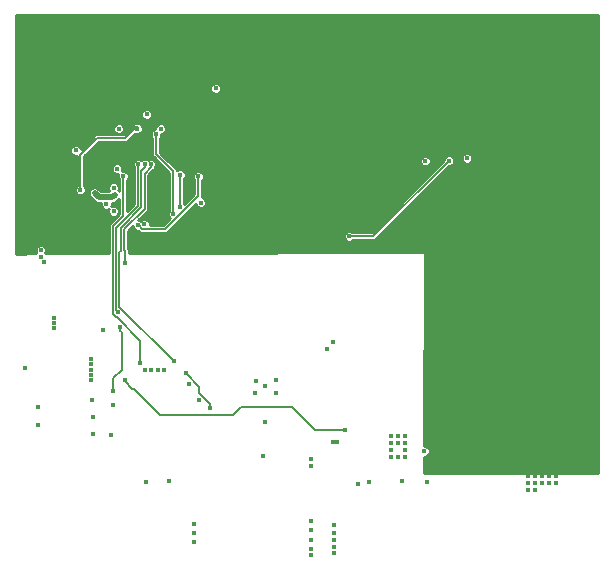
<source format=gbr>
G04 #@! TF.GenerationSoftware,KiCad,Pcbnew,5.0.1-33cea8e~68~ubuntu16.04.1*
G04 #@! TF.CreationDate,2018-12-19T15:09:20-05:00*
G04 #@! TF.ProjectId,SmallKat Battery Charger,536D616C6C4B61742042617474657279,rev?*
G04 #@! TF.SameCoordinates,Original*
G04 #@! TF.FileFunction,Copper,L2,Inr,Signal*
G04 #@! TF.FilePolarity,Positive*
%FSLAX46Y46*%
G04 Gerber Fmt 4.6, Leading zero omitted, Abs format (unit mm)*
G04 Created by KiCad (PCBNEW 5.0.1-33cea8e~68~ubuntu16.04.1) date Wed 19 Dec 2018 03:09:20 PM EST*
%MOMM*%
%LPD*%
G01*
G04 APERTURE LIST*
G04 #@! TA.AperFunction,ViaPad*
%ADD10C,0.400000*%
G04 #@! TD*
G04 #@! TA.AperFunction,Conductor*
%ADD11C,0.150000*%
G04 #@! TD*
G04 #@! TA.AperFunction,Conductor*
%ADD12C,0.500000*%
G04 #@! TD*
G04 #@! TA.AperFunction,Conductor*
%ADD13C,0.254000*%
G04 #@! TD*
G04 APERTURE END LIST*
D10*
G04 #@! TO.N,PHASE*
X10700000Y-18200000D03*
X15775000Y-14050000D03*
G04 #@! TO.N,GND*
X21450000Y-31800000D03*
X20600000Y-32375000D03*
X22325000Y-32375000D03*
X22325000Y-31300000D03*
X20675000Y-31375000D03*
X12000000Y-16400000D03*
X12100000Y-14650000D03*
X32700000Y-36025000D03*
X32700000Y-36625000D03*
X32700000Y-37825000D03*
X32100000Y-37825000D03*
X33300000Y-37825000D03*
X33300000Y-37225000D03*
X32100000Y-37225000D03*
X32100000Y-36625000D03*
X33300000Y-36625000D03*
X33300000Y-36025000D03*
X32100000Y-36025000D03*
X6900000Y-11800000D03*
X4000000Y-3800000D03*
X4600000Y-3800000D03*
X5200000Y-3800000D03*
X5800000Y-3800000D03*
X6400000Y-3800000D03*
X7000000Y-3800000D03*
X7000000Y-4400000D03*
X6400000Y-4400000D03*
X5800000Y-4400000D03*
X5200000Y-4400000D03*
X4600000Y-4400000D03*
X4000000Y-4400000D03*
X4000000Y-5000000D03*
X4600000Y-5000000D03*
X5200000Y-5000000D03*
X5800000Y-5000000D03*
X6400000Y-5000000D03*
X7000000Y-5000000D03*
X44300000Y-18200000D03*
X44300000Y-18800000D03*
X44300000Y-19400000D03*
X44900000Y-19400000D03*
X44900000Y-20000000D03*
X45500000Y-20000000D03*
X45500000Y-19400000D03*
X45500000Y-18800000D03*
X44900000Y-18800000D03*
X44900000Y-18200000D03*
X45500000Y-18200000D03*
X44725000Y-27750000D03*
X45325000Y-27750000D03*
X45325000Y-28350000D03*
X44125000Y-27150000D03*
X44725000Y-28950000D03*
X45325000Y-27150000D03*
X44725000Y-28350000D03*
X44125000Y-28350000D03*
X44725000Y-27150000D03*
X45325000Y-28950000D03*
X44125000Y-27750000D03*
X27300000Y-45900000D03*
X27300000Y-45400000D03*
X27300000Y-44800000D03*
X27300000Y-44200000D03*
X27300000Y-43600000D03*
X13700000Y-12650000D03*
X13250000Y-12650000D03*
X13250000Y-12200000D03*
X13700000Y-12200000D03*
X13700000Y-11750000D03*
X13200000Y-11750000D03*
X13200000Y-11300000D03*
X13700000Y-11300000D03*
X13200000Y-10850000D03*
X13200000Y-10400000D03*
X13700000Y-10850000D03*
X13700000Y-10400000D03*
X14150000Y-10400000D03*
X14600000Y-10400000D03*
X14600000Y-10850000D03*
X14150000Y-10850000D03*
X17000000Y-20200000D03*
X17600000Y-20200000D03*
X18200000Y-20200000D03*
X18800000Y-20200000D03*
X19400000Y-20200000D03*
X20000000Y-20200000D03*
X20600000Y-20200000D03*
X21200000Y-20200000D03*
X21800000Y-20200000D03*
X22400000Y-20200000D03*
X23000000Y-20200000D03*
X23600000Y-20200000D03*
X24200000Y-20200000D03*
X24800000Y-20200000D03*
X25400000Y-20200000D03*
X26000000Y-20200000D03*
X26600000Y-20200000D03*
X27200000Y-20200000D03*
X27800000Y-20200000D03*
X28400000Y-20200000D03*
X29000000Y-20200000D03*
X29700000Y-20200000D03*
X30400000Y-20200000D03*
X30400000Y-20200000D03*
X30400000Y-20200000D03*
X31000000Y-20200000D03*
X31600000Y-20200000D03*
X32200000Y-20200000D03*
X32800000Y-20200000D03*
X33400000Y-20200000D03*
X34000000Y-20200000D03*
X34600000Y-20200000D03*
X35200000Y-20200000D03*
X35200000Y-20800000D03*
X35200000Y-21400000D03*
X35200000Y-22000000D03*
X35200000Y-22600000D03*
X43700000Y-38825000D03*
X43700000Y-39425000D03*
X43700000Y-40025000D03*
X43700000Y-40625000D03*
X44300000Y-40625000D03*
X44300000Y-40025000D03*
X44300000Y-39425000D03*
X44300000Y-38825000D03*
X44900000Y-38825000D03*
X44900000Y-39425000D03*
X44900000Y-40025000D03*
X45500000Y-40025000D03*
X45500000Y-39425000D03*
X45500000Y-38825000D03*
X46100000Y-38825000D03*
X46100000Y-39425000D03*
X46100000Y-40025000D03*
X2225000Y-35050000D03*
X2225000Y-33600000D03*
X15400000Y-43500000D03*
X15400000Y-44250000D03*
X15400000Y-44975000D03*
X11677010Y-15739384D03*
X33900000Y-15150000D03*
X38125000Y-14200000D03*
X36600000Y-7600000D03*
X18400000Y-4600000D03*
G04 #@! TO.N,REGN*
X13650000Y-17200000D03*
X12197990Y-10485747D03*
G04 #@! TO.N,SRP*
X35000000Y-12750000D03*
G04 #@! TO.N,SRN*
X37000000Y-12700000D03*
X28550000Y-19102010D03*
G04 #@! TO.N,+BATT*
X25300000Y-43200000D03*
X25300000Y-44000000D03*
X25300000Y-44800000D03*
X25300000Y-45600000D03*
X3550519Y-26425000D03*
X3550519Y-26025519D03*
X3575000Y-26879234D03*
X25300000Y-46100000D03*
X7675000Y-27075000D03*
X25300000Y-38550000D03*
X25300000Y-37950000D03*
X25300000Y-38550000D03*
X27200000Y-36525000D03*
X27550000Y-36525000D03*
X26650000Y-28625000D03*
X27175000Y-28100000D03*
G04 #@! TO.N,+3V3*
X1077010Y-30307364D03*
X6725000Y-29500000D03*
X6725000Y-29950000D03*
X6725000Y-30400000D03*
X6725000Y-30850000D03*
X6725000Y-31300000D03*
X8575000Y-33425000D03*
X14950000Y-31600000D03*
X8425000Y-35925000D03*
G04 #@! TO.N,TX*
X13275000Y-39825000D03*
G04 #@! TO.N,RX*
X11325000Y-39950000D03*
G04 #@! TO.N,SCK*
X11270171Y-30422138D03*
X29275000Y-40125000D03*
G04 #@! TO.N,MISO*
X11796457Y-30449786D03*
X30265736Y-39884264D03*
G04 #@! TO.N,MOSI*
X12323461Y-30452689D03*
X33050000Y-39850000D03*
G04 #@! TO.N,CS*
X12850000Y-30475000D03*
X35175000Y-39875000D03*
G04 #@! TO.N,HIDRV*
X17250000Y-6600000D03*
X11216778Y-18096645D03*
G04 #@! TO.N,LODRV*
X14250000Y-13900000D03*
X14200000Y-16600000D03*
G04 #@! TO.N,BATDRV*
X16000000Y-16275000D03*
X38525000Y-12500000D03*
G04 #@! TO.N,Net-(R4-Pad1)*
X8600000Y-15000000D03*
G04 #@! TO.N,ACOK*
X9425000Y-14025000D03*
X10880102Y-29818844D03*
G04 #@! TO.N,Net-(R6-Pad1)*
X8700000Y-15600000D03*
X7000000Y-15470000D03*
G04 #@! TO.N,SDA*
X11226998Y-12996189D03*
X16799473Y-33621507D03*
X14700000Y-30700000D03*
X13700000Y-29700000D03*
G04 #@! TO.N,SCL*
X11753993Y-13000435D03*
X15800000Y-33000000D03*
X9600000Y-21375000D03*
G04 #@! TO.N,LED1*
X6825000Y-34375000D03*
G04 #@! TO.N,LED2*
X6775000Y-32950000D03*
G04 #@! TO.N,LED3*
X6900000Y-35850000D03*
G04 #@! TO.N,IOUT*
X10700000Y-13000000D03*
X9150000Y-26825000D03*
X8575000Y-32250000D03*
X8971627Y-25540156D03*
G04 #@! TO.N,Net-(C10-Pad1)*
X34900000Y-37309053D03*
G04 #@! TO.N,ALERT*
X28175000Y-35500000D03*
X9550000Y-31275000D03*
G04 #@! TO.N,SWCLK*
X21250054Y-37718582D03*
G04 #@! TO.N,SWDIO*
X21400000Y-34800000D03*
G04 #@! TO.N,ADAPTER*
X5400000Y-11850000D03*
G04 #@! TO.N,Net-(D1-Pad2)*
X2700000Y-21300000D03*
X2450000Y-20850000D03*
X2450000Y-20300000D03*
G04 #@! TO.N,SOURCE*
X9050000Y-10000000D03*
G04 #@! TO.N,GATE*
X5800000Y-15200000D03*
X10600000Y-10000000D03*
G04 #@! TO.N,ACDET*
X8892977Y-13393532D03*
G04 #@! TO.N,ACN*
X8600000Y-17000000D03*
X12600000Y-10000000D03*
G04 #@! TO.N,ACP*
X8000000Y-16400000D03*
X11400000Y-8800000D03*
G04 #@! TD*
D11*
G04 #@! TO.N,PHASE*
X11023817Y-18498646D02*
X11298646Y-18498646D01*
X10725171Y-18200000D02*
X11023817Y-18498646D01*
X10700000Y-18200000D02*
X10725171Y-18200000D01*
X11298646Y-18498646D02*
X11300000Y-18500000D01*
X11300000Y-18500000D02*
X12950000Y-18500000D01*
X15775000Y-15675000D02*
X15775000Y-14050000D01*
X12950000Y-18500000D02*
X15775000Y-15675000D01*
G04 #@! TO.N,REGN*
X12197990Y-12172990D02*
X12197990Y-10768589D01*
X12197990Y-10768589D02*
X12197990Y-10485747D01*
X13650000Y-17200000D02*
X13650000Y-13625000D01*
X13650000Y-13625000D02*
X12197990Y-12172990D01*
G04 #@! TO.N,SRN*
X37000000Y-12700000D02*
X30597990Y-19102010D01*
X28832842Y-19102010D02*
X28550000Y-19102010D01*
X30597990Y-19102010D02*
X28832842Y-19102010D01*
G04 #@! TO.N,LODRV*
X14250000Y-16550000D02*
X14200000Y-16600000D01*
X14250000Y-13900000D02*
X14250000Y-16550000D01*
G04 #@! TO.N,ACOK*
X8545978Y-25709471D02*
X8545978Y-18270518D01*
X8545978Y-18270518D02*
X9425000Y-17391496D01*
X10880102Y-27952032D02*
X8870228Y-25942158D01*
X9425000Y-17391496D02*
X9425000Y-14307842D01*
X8778665Y-25942158D02*
X8545978Y-25709471D01*
X8870228Y-25942158D02*
X8778665Y-25942158D01*
X9425000Y-14307842D02*
X9425000Y-14025000D01*
X10880102Y-29818844D02*
X10880102Y-27952032D01*
D12*
G04 #@! TO.N,Net-(R6-Pad1)*
X8495832Y-15804168D02*
X8500001Y-15799999D01*
X7334168Y-15804168D02*
X8495832Y-15804168D01*
X8500001Y-15799999D02*
X8700000Y-15600000D01*
X7000000Y-15470000D02*
X7334168Y-15804168D01*
D11*
G04 #@! TO.N,SDA*
X11226998Y-13279031D02*
X10950000Y-13556029D01*
X11226998Y-12996189D02*
X11226998Y-13279031D01*
X10950000Y-13556029D02*
X10950000Y-16650000D01*
X10950000Y-16650000D02*
X9227010Y-18372990D01*
X9227010Y-18372990D02*
X9227010Y-20350000D01*
X16799473Y-33338665D02*
X15860808Y-32400000D01*
X16799473Y-33621507D02*
X16799473Y-33338665D01*
X15860808Y-31860808D02*
X14700000Y-30700000D01*
X15860808Y-32400000D02*
X15860808Y-31860808D01*
X13700000Y-29700000D02*
X9100000Y-25100000D01*
X9100000Y-20477010D02*
X9227010Y-20350000D01*
X9100000Y-25100000D02*
X9100000Y-20477010D01*
G04 #@! TO.N,SCL*
X11227010Y-13810260D02*
X11753993Y-13283277D01*
X11227010Y-16764741D02*
X11227010Y-13810260D01*
X9600000Y-21375000D02*
X9600000Y-20370980D01*
X9600000Y-20370980D02*
X9504020Y-20275000D01*
X9504020Y-20275000D02*
X9504020Y-18487730D01*
X11753993Y-13283277D02*
X11753993Y-13000435D01*
X9504020Y-18487730D02*
X11227010Y-16764741D01*
G04 #@! TO.N,IOUT*
X9150000Y-27107842D02*
X9275000Y-27232842D01*
X9150000Y-26825000D02*
X9150000Y-27107842D01*
X9275000Y-27232842D02*
X9275000Y-30400000D01*
X8575000Y-31100000D02*
X8575000Y-32250000D01*
X9275000Y-30400000D02*
X8575000Y-31100000D01*
X10700000Y-13282842D02*
X10672989Y-13309853D01*
X10672989Y-13309853D02*
X10672989Y-16535259D01*
X10700000Y-13000000D02*
X10700000Y-13282842D01*
X10672989Y-16535259D02*
X8822989Y-18385259D01*
X8822989Y-25391518D02*
X8971627Y-25540156D01*
X8822989Y-18385259D02*
X8822989Y-25391518D01*
G04 #@! TO.N,ALERT*
X28175000Y-35500000D02*
X25700000Y-35500000D01*
X25700000Y-35500000D02*
X23725000Y-33525000D01*
X23725000Y-33525000D02*
X19375000Y-33525000D01*
X19375000Y-33525000D02*
X18675000Y-34225000D01*
X18675000Y-34225000D02*
X12525000Y-34225000D01*
X12525000Y-34225000D02*
X10350000Y-32050000D01*
X10350000Y-32050000D02*
X10200000Y-32050000D01*
X9550000Y-31400000D02*
X9550000Y-31275000D01*
X10200000Y-32050000D02*
X9550000Y-31400000D01*
G04 #@! TO.N,GATE*
X5800000Y-15200000D02*
X5800000Y-12800000D01*
X5800000Y-12800000D02*
X5800000Y-12200000D01*
X5800000Y-12200000D02*
X7200000Y-10800000D01*
X7200000Y-10800000D02*
X9600000Y-10800000D01*
X9600000Y-10800000D02*
X10600000Y-9800000D01*
X10600000Y-9800000D02*
X10600000Y-10000000D01*
G04 #@! TD*
D13*
G04 #@! TO.N,GND*
G36*
X49646001Y-39171584D02*
X34877713Y-39167090D01*
X34885221Y-37763053D01*
X34990306Y-37763053D01*
X35157170Y-37693935D01*
X35284882Y-37566223D01*
X35354000Y-37399359D01*
X35354000Y-37218747D01*
X35284882Y-37051883D01*
X35157170Y-36924171D01*
X34990306Y-36855053D01*
X34890077Y-36855053D01*
X34976966Y-20606629D01*
X34967559Y-20557977D01*
X34940249Y-20516629D01*
X34899196Y-20488879D01*
X34849625Y-20478950D01*
X9929000Y-20546203D01*
X9929000Y-20403376D01*
X9935444Y-20370979D01*
X9929000Y-20338583D01*
X9929000Y-20338579D01*
X9909911Y-20242611D01*
X9837195Y-20133785D01*
X9833020Y-20130995D01*
X9833020Y-19011704D01*
X28096000Y-19011704D01*
X28096000Y-19192316D01*
X28165118Y-19359180D01*
X28292830Y-19486892D01*
X28459694Y-19556010D01*
X28640306Y-19556010D01*
X28807170Y-19486892D01*
X28863052Y-19431010D01*
X30565594Y-19431010D01*
X30597990Y-19437454D01*
X30630386Y-19431010D01*
X30630391Y-19431010D01*
X30726359Y-19411921D01*
X30835185Y-19339205D01*
X30853538Y-19311738D01*
X37011276Y-13154000D01*
X37090306Y-13154000D01*
X37257170Y-13084882D01*
X37384882Y-12957170D01*
X37454000Y-12790306D01*
X37454000Y-12609694D01*
X37384882Y-12442830D01*
X37351746Y-12409694D01*
X38071000Y-12409694D01*
X38071000Y-12590306D01*
X38140118Y-12757170D01*
X38267830Y-12884882D01*
X38434694Y-12954000D01*
X38615306Y-12954000D01*
X38782170Y-12884882D01*
X38909882Y-12757170D01*
X38979000Y-12590306D01*
X38979000Y-12409694D01*
X38909882Y-12242830D01*
X38782170Y-12115118D01*
X38615306Y-12046000D01*
X38434694Y-12046000D01*
X38267830Y-12115118D01*
X38140118Y-12242830D01*
X38071000Y-12409694D01*
X37351746Y-12409694D01*
X37257170Y-12315118D01*
X37090306Y-12246000D01*
X36909694Y-12246000D01*
X36742830Y-12315118D01*
X36615118Y-12442830D01*
X36546000Y-12609694D01*
X36546000Y-12688724D01*
X30461714Y-18773010D01*
X28863052Y-18773010D01*
X28807170Y-18717128D01*
X28640306Y-18648010D01*
X28459694Y-18648010D01*
X28292830Y-18717128D01*
X28165118Y-18844840D01*
X28096000Y-19011704D01*
X9833020Y-19011704D01*
X9833020Y-18624006D01*
X10246000Y-18211026D01*
X10246000Y-18290306D01*
X10315118Y-18457170D01*
X10442830Y-18584882D01*
X10609694Y-18654000D01*
X10713895Y-18654000D01*
X10768268Y-18708373D01*
X10786622Y-18735841D01*
X10895448Y-18808557D01*
X10991416Y-18827646D01*
X10991420Y-18827646D01*
X11023816Y-18834090D01*
X11056213Y-18827646D01*
X11260792Y-18827646D01*
X11267599Y-18829000D01*
X11267604Y-18829000D01*
X11300000Y-18835444D01*
X11332396Y-18829000D01*
X12917604Y-18829000D01*
X12950000Y-18835444D01*
X12982396Y-18829000D01*
X12982401Y-18829000D01*
X13078369Y-18809911D01*
X13187195Y-18737195D01*
X13205548Y-18709728D01*
X15547163Y-16368113D01*
X15615118Y-16532170D01*
X15742830Y-16659882D01*
X15909694Y-16729000D01*
X16090306Y-16729000D01*
X16257170Y-16659882D01*
X16384882Y-16532170D01*
X16454000Y-16365306D01*
X16454000Y-16184694D01*
X16384882Y-16017830D01*
X16257170Y-15890118D01*
X16090306Y-15821000D01*
X16073130Y-15821000D01*
X16084911Y-15803369D01*
X16104000Y-15707401D01*
X16104000Y-15707397D01*
X16110444Y-15675001D01*
X16104000Y-15642604D01*
X16104000Y-14363052D01*
X16159882Y-14307170D01*
X16229000Y-14140306D01*
X16229000Y-13959694D01*
X16159882Y-13792830D01*
X16032170Y-13665118D01*
X15865306Y-13596000D01*
X15684694Y-13596000D01*
X15517830Y-13665118D01*
X15390118Y-13792830D01*
X15321000Y-13959694D01*
X15321000Y-14140306D01*
X15390118Y-14307170D01*
X15446001Y-14363053D01*
X15446000Y-15538724D01*
X14601581Y-16383143D01*
X14584882Y-16342830D01*
X14579000Y-16336948D01*
X14579000Y-14213052D01*
X14634882Y-14157170D01*
X14704000Y-13990306D01*
X14704000Y-13809694D01*
X14634882Y-13642830D01*
X14507170Y-13515118D01*
X14340306Y-13446000D01*
X14159694Y-13446000D01*
X13992830Y-13515118D01*
X13968440Y-13539508D01*
X13959911Y-13496631D01*
X13887195Y-13387805D01*
X13859728Y-13369452D01*
X13149970Y-12659694D01*
X34546000Y-12659694D01*
X34546000Y-12840306D01*
X34615118Y-13007170D01*
X34742830Y-13134882D01*
X34909694Y-13204000D01*
X35090306Y-13204000D01*
X35257170Y-13134882D01*
X35384882Y-13007170D01*
X35454000Y-12840306D01*
X35454000Y-12659694D01*
X35384882Y-12492830D01*
X35257170Y-12365118D01*
X35090306Y-12296000D01*
X34909694Y-12296000D01*
X34742830Y-12365118D01*
X34615118Y-12492830D01*
X34546000Y-12659694D01*
X13149970Y-12659694D01*
X12526990Y-12036714D01*
X12526990Y-10798799D01*
X12582872Y-10742917D01*
X12651990Y-10576053D01*
X12651990Y-10454000D01*
X12690306Y-10454000D01*
X12857170Y-10384882D01*
X12984882Y-10257170D01*
X13054000Y-10090306D01*
X13054000Y-9909694D01*
X12984882Y-9742830D01*
X12857170Y-9615118D01*
X12690306Y-9546000D01*
X12509694Y-9546000D01*
X12342830Y-9615118D01*
X12215118Y-9742830D01*
X12146000Y-9909694D01*
X12146000Y-10031747D01*
X12107684Y-10031747D01*
X11940820Y-10100865D01*
X11813108Y-10228577D01*
X11743990Y-10395441D01*
X11743990Y-10576053D01*
X11813108Y-10742917D01*
X11868990Y-10798799D01*
X11868990Y-10800989D01*
X11868991Y-10800994D01*
X11868990Y-12140593D01*
X11862546Y-12172990D01*
X11868990Y-12205386D01*
X11868990Y-12205390D01*
X11888079Y-12301358D01*
X11897273Y-12315118D01*
X11930307Y-12364556D01*
X11960795Y-12410185D01*
X11988262Y-12428538D01*
X13321001Y-13761277D01*
X13321000Y-16886948D01*
X13265118Y-16942830D01*
X13196000Y-17109694D01*
X13196000Y-17290306D01*
X13265118Y-17457170D01*
X13392830Y-17584882D01*
X13397788Y-17586936D01*
X12813724Y-18171000D01*
X11670778Y-18171000D01*
X11670778Y-18006339D01*
X11601660Y-17839475D01*
X11473948Y-17711763D01*
X11307084Y-17642645D01*
X11126472Y-17642645D01*
X10959608Y-17711763D01*
X10885811Y-17785560D01*
X10790306Y-17746000D01*
X10711027Y-17746000D01*
X11436738Y-17020289D01*
X11464205Y-17001936D01*
X11536921Y-16893110D01*
X11556010Y-16797142D01*
X11556010Y-16797138D01*
X11562454Y-16764742D01*
X11556010Y-16732345D01*
X11556010Y-13946536D01*
X11963721Y-13538825D01*
X11991188Y-13520472D01*
X12009542Y-13493004D01*
X12063904Y-13411647D01*
X12069986Y-13381071D01*
X12082993Y-13315678D01*
X12082993Y-13315675D01*
X12083536Y-13312944D01*
X12138875Y-13257605D01*
X12207993Y-13090741D01*
X12207993Y-12910129D01*
X12138875Y-12743265D01*
X12011163Y-12615553D01*
X11844299Y-12546435D01*
X11663687Y-12546435D01*
X11496823Y-12615553D01*
X11492619Y-12619758D01*
X11484168Y-12611307D01*
X11317304Y-12542189D01*
X11136692Y-12542189D01*
X10969828Y-12611307D01*
X10961594Y-12619542D01*
X10957170Y-12615118D01*
X10790306Y-12546000D01*
X10609694Y-12546000D01*
X10442830Y-12615118D01*
X10315118Y-12742830D01*
X10246000Y-12909694D01*
X10246000Y-13090306D01*
X10315118Y-13257170D01*
X10342565Y-13284617D01*
X10337545Y-13309853D01*
X10343989Y-13342250D01*
X10343990Y-16398981D01*
X9754000Y-16988971D01*
X9754000Y-14338052D01*
X9809882Y-14282170D01*
X9879000Y-14115306D01*
X9879000Y-13934694D01*
X9809882Y-13767830D01*
X9682170Y-13640118D01*
X9515306Y-13571000D01*
X9334694Y-13571000D01*
X9305939Y-13582911D01*
X9346977Y-13483838D01*
X9346977Y-13303226D01*
X9277859Y-13136362D01*
X9150147Y-13008650D01*
X8983283Y-12939532D01*
X8802671Y-12939532D01*
X8635807Y-13008650D01*
X8508095Y-13136362D01*
X8438977Y-13303226D01*
X8438977Y-13483838D01*
X8508095Y-13650702D01*
X8635807Y-13778414D01*
X8802671Y-13847532D01*
X8983283Y-13847532D01*
X9012038Y-13835621D01*
X8971000Y-13934694D01*
X8971000Y-14115306D01*
X9040118Y-14282170D01*
X9096000Y-14338052D01*
X9096000Y-14340242D01*
X9096001Y-14340247D01*
X9096001Y-15285485D01*
X9063362Y-15236638D01*
X9008556Y-15200017D01*
X9054000Y-15090306D01*
X9054000Y-14909694D01*
X8984882Y-14742830D01*
X8857170Y-14615118D01*
X8690306Y-14546000D01*
X8509694Y-14546000D01*
X8342830Y-14615118D01*
X8215118Y-14742830D01*
X8146000Y-14909694D01*
X8146000Y-15090306D01*
X8215118Y-15257170D01*
X8258116Y-15300168D01*
X7542932Y-15300168D01*
X7321284Y-15078521D01*
X7196650Y-14995243D01*
X7000000Y-14956128D01*
X6803350Y-14995243D01*
X6636637Y-15106637D01*
X6525243Y-15273350D01*
X6486128Y-15470000D01*
X6525243Y-15666650D01*
X6608521Y-15791284D01*
X6942689Y-16125453D01*
X6970805Y-16167531D01*
X7012882Y-16195646D01*
X7012883Y-16195647D01*
X7131278Y-16274756D01*
X7137517Y-16278925D01*
X7284533Y-16308168D01*
X7284536Y-16308168D01*
X7334168Y-16318040D01*
X7383799Y-16308168D01*
X7546632Y-16308168D01*
X7546000Y-16309694D01*
X7546000Y-16490306D01*
X7615118Y-16657170D01*
X7742830Y-16784882D01*
X7909694Y-16854000D01*
X8090306Y-16854000D01*
X8185382Y-16814618D01*
X8146000Y-16909694D01*
X8146000Y-17090306D01*
X8215118Y-17257170D01*
X8342830Y-17384882D01*
X8509694Y-17454000D01*
X8690306Y-17454000D01*
X8857170Y-17384882D01*
X8984882Y-17257170D01*
X9054000Y-17090306D01*
X9054000Y-16909694D01*
X8984882Y-16742830D01*
X8857170Y-16615118D01*
X8690306Y-16546000D01*
X8509694Y-16546000D01*
X8414618Y-16585382D01*
X8454000Y-16490306D01*
X8454000Y-16309719D01*
X8495832Y-16318040D01*
X8545463Y-16308168D01*
X8545467Y-16308168D01*
X8692483Y-16278925D01*
X8859195Y-16167531D01*
X8887312Y-16125451D01*
X8891481Y-16121282D01*
X9091478Y-15921284D01*
X9096000Y-15914516D01*
X9096000Y-17255219D01*
X8336248Y-18014972D01*
X8308784Y-18033323D01*
X8290433Y-18060787D01*
X8290429Y-18060791D01*
X8236068Y-18142149D01*
X8210534Y-18270518D01*
X8216979Y-18302919D01*
X8216979Y-20550824D01*
X2826682Y-20565370D01*
X2834882Y-20557170D01*
X2904000Y-20390306D01*
X2904000Y-20209694D01*
X2834882Y-20042830D01*
X2707170Y-19915118D01*
X2540306Y-19846000D01*
X2359694Y-19846000D01*
X2192830Y-19915118D01*
X2065118Y-20042830D01*
X1996000Y-20209694D01*
X1996000Y-20390306D01*
X2065118Y-20557170D01*
X2075346Y-20567398D01*
X354000Y-20572043D01*
X354000Y-11759694D01*
X4946000Y-11759694D01*
X4946000Y-11940306D01*
X5015118Y-12107170D01*
X5142830Y-12234882D01*
X5309694Y-12304000D01*
X5471001Y-12304000D01*
X5471000Y-12832400D01*
X5471001Y-12832405D01*
X5471000Y-14886948D01*
X5415118Y-14942830D01*
X5346000Y-15109694D01*
X5346000Y-15290306D01*
X5415118Y-15457170D01*
X5542830Y-15584882D01*
X5709694Y-15654000D01*
X5890306Y-15654000D01*
X6057170Y-15584882D01*
X6184882Y-15457170D01*
X6254000Y-15290306D01*
X6254000Y-15109694D01*
X6184882Y-14942830D01*
X6129000Y-14886948D01*
X6129000Y-12336276D01*
X7336277Y-11129000D01*
X9567604Y-11129000D01*
X9600000Y-11135444D01*
X9632396Y-11129000D01*
X9632401Y-11129000D01*
X9728369Y-11109911D01*
X9837195Y-11037195D01*
X9855548Y-11009728D01*
X10440102Y-10425174D01*
X10509694Y-10454000D01*
X10690306Y-10454000D01*
X10857170Y-10384882D01*
X10984882Y-10257170D01*
X11054000Y-10090306D01*
X11054000Y-9909694D01*
X10984882Y-9742830D01*
X10902315Y-9660263D01*
X10837195Y-9562805D01*
X10812045Y-9546000D01*
X10728369Y-9490089D01*
X10707071Y-9485853D01*
X10600000Y-9464555D01*
X10492928Y-9485853D01*
X10471630Y-9490089D01*
X10390273Y-9544451D01*
X10362805Y-9562805D01*
X10344452Y-9590272D01*
X9463724Y-10471000D01*
X7232396Y-10471000D01*
X7200000Y-10464556D01*
X7167603Y-10471000D01*
X7167599Y-10471000D01*
X7071631Y-10490089D01*
X7071629Y-10490090D01*
X7071630Y-10490090D01*
X6990272Y-10544451D01*
X6990269Y-10544454D01*
X6962805Y-10562805D01*
X6944454Y-10590269D01*
X5830870Y-11703854D01*
X5784882Y-11592830D01*
X5657170Y-11465118D01*
X5490306Y-11396000D01*
X5309694Y-11396000D01*
X5142830Y-11465118D01*
X5015118Y-11592830D01*
X4946000Y-11759694D01*
X354000Y-11759694D01*
X354000Y-9909694D01*
X8596000Y-9909694D01*
X8596000Y-10090306D01*
X8665118Y-10257170D01*
X8792830Y-10384882D01*
X8959694Y-10454000D01*
X9140306Y-10454000D01*
X9307170Y-10384882D01*
X9434882Y-10257170D01*
X9504000Y-10090306D01*
X9504000Y-9909694D01*
X9434882Y-9742830D01*
X9307170Y-9615118D01*
X9140306Y-9546000D01*
X8959694Y-9546000D01*
X8792830Y-9615118D01*
X8665118Y-9742830D01*
X8596000Y-9909694D01*
X354000Y-9909694D01*
X354000Y-8709694D01*
X10946000Y-8709694D01*
X10946000Y-8890306D01*
X11015118Y-9057170D01*
X11142830Y-9184882D01*
X11309694Y-9254000D01*
X11490306Y-9254000D01*
X11657170Y-9184882D01*
X11784882Y-9057170D01*
X11854000Y-8890306D01*
X11854000Y-8709694D01*
X11784882Y-8542830D01*
X11657170Y-8415118D01*
X11490306Y-8346000D01*
X11309694Y-8346000D01*
X11142830Y-8415118D01*
X11015118Y-8542830D01*
X10946000Y-8709694D01*
X354000Y-8709694D01*
X354000Y-6509694D01*
X16796000Y-6509694D01*
X16796000Y-6690306D01*
X16865118Y-6857170D01*
X16992830Y-6984882D01*
X17159694Y-7054000D01*
X17340306Y-7054000D01*
X17507170Y-6984882D01*
X17634882Y-6857170D01*
X17704000Y-6690306D01*
X17704000Y-6509694D01*
X17634882Y-6342830D01*
X17507170Y-6215118D01*
X17340306Y-6146000D01*
X17159694Y-6146000D01*
X16992830Y-6215118D01*
X16865118Y-6342830D01*
X16796000Y-6509694D01*
X354000Y-6509694D01*
X354000Y-354000D01*
X49646000Y-354000D01*
X49646001Y-39171584D01*
X49646001Y-39171584D01*
G37*
X49646001Y-39171584D02*
X34877713Y-39167090D01*
X34885221Y-37763053D01*
X34990306Y-37763053D01*
X35157170Y-37693935D01*
X35284882Y-37566223D01*
X35354000Y-37399359D01*
X35354000Y-37218747D01*
X35284882Y-37051883D01*
X35157170Y-36924171D01*
X34990306Y-36855053D01*
X34890077Y-36855053D01*
X34976966Y-20606629D01*
X34967559Y-20557977D01*
X34940249Y-20516629D01*
X34899196Y-20488879D01*
X34849625Y-20478950D01*
X9929000Y-20546203D01*
X9929000Y-20403376D01*
X9935444Y-20370979D01*
X9929000Y-20338583D01*
X9929000Y-20338579D01*
X9909911Y-20242611D01*
X9837195Y-20133785D01*
X9833020Y-20130995D01*
X9833020Y-19011704D01*
X28096000Y-19011704D01*
X28096000Y-19192316D01*
X28165118Y-19359180D01*
X28292830Y-19486892D01*
X28459694Y-19556010D01*
X28640306Y-19556010D01*
X28807170Y-19486892D01*
X28863052Y-19431010D01*
X30565594Y-19431010D01*
X30597990Y-19437454D01*
X30630386Y-19431010D01*
X30630391Y-19431010D01*
X30726359Y-19411921D01*
X30835185Y-19339205D01*
X30853538Y-19311738D01*
X37011276Y-13154000D01*
X37090306Y-13154000D01*
X37257170Y-13084882D01*
X37384882Y-12957170D01*
X37454000Y-12790306D01*
X37454000Y-12609694D01*
X37384882Y-12442830D01*
X37351746Y-12409694D01*
X38071000Y-12409694D01*
X38071000Y-12590306D01*
X38140118Y-12757170D01*
X38267830Y-12884882D01*
X38434694Y-12954000D01*
X38615306Y-12954000D01*
X38782170Y-12884882D01*
X38909882Y-12757170D01*
X38979000Y-12590306D01*
X38979000Y-12409694D01*
X38909882Y-12242830D01*
X38782170Y-12115118D01*
X38615306Y-12046000D01*
X38434694Y-12046000D01*
X38267830Y-12115118D01*
X38140118Y-12242830D01*
X38071000Y-12409694D01*
X37351746Y-12409694D01*
X37257170Y-12315118D01*
X37090306Y-12246000D01*
X36909694Y-12246000D01*
X36742830Y-12315118D01*
X36615118Y-12442830D01*
X36546000Y-12609694D01*
X36546000Y-12688724D01*
X30461714Y-18773010D01*
X28863052Y-18773010D01*
X28807170Y-18717128D01*
X28640306Y-18648010D01*
X28459694Y-18648010D01*
X28292830Y-18717128D01*
X28165118Y-18844840D01*
X28096000Y-19011704D01*
X9833020Y-19011704D01*
X9833020Y-18624006D01*
X10246000Y-18211026D01*
X10246000Y-18290306D01*
X10315118Y-18457170D01*
X10442830Y-18584882D01*
X10609694Y-18654000D01*
X10713895Y-18654000D01*
X10768268Y-18708373D01*
X10786622Y-18735841D01*
X10895448Y-18808557D01*
X10991416Y-18827646D01*
X10991420Y-18827646D01*
X11023816Y-18834090D01*
X11056213Y-18827646D01*
X11260792Y-18827646D01*
X11267599Y-18829000D01*
X11267604Y-18829000D01*
X11300000Y-18835444D01*
X11332396Y-18829000D01*
X12917604Y-18829000D01*
X12950000Y-18835444D01*
X12982396Y-18829000D01*
X12982401Y-18829000D01*
X13078369Y-18809911D01*
X13187195Y-18737195D01*
X13205548Y-18709728D01*
X15547163Y-16368113D01*
X15615118Y-16532170D01*
X15742830Y-16659882D01*
X15909694Y-16729000D01*
X16090306Y-16729000D01*
X16257170Y-16659882D01*
X16384882Y-16532170D01*
X16454000Y-16365306D01*
X16454000Y-16184694D01*
X16384882Y-16017830D01*
X16257170Y-15890118D01*
X16090306Y-15821000D01*
X16073130Y-15821000D01*
X16084911Y-15803369D01*
X16104000Y-15707401D01*
X16104000Y-15707397D01*
X16110444Y-15675001D01*
X16104000Y-15642604D01*
X16104000Y-14363052D01*
X16159882Y-14307170D01*
X16229000Y-14140306D01*
X16229000Y-13959694D01*
X16159882Y-13792830D01*
X16032170Y-13665118D01*
X15865306Y-13596000D01*
X15684694Y-13596000D01*
X15517830Y-13665118D01*
X15390118Y-13792830D01*
X15321000Y-13959694D01*
X15321000Y-14140306D01*
X15390118Y-14307170D01*
X15446001Y-14363053D01*
X15446000Y-15538724D01*
X14601581Y-16383143D01*
X14584882Y-16342830D01*
X14579000Y-16336948D01*
X14579000Y-14213052D01*
X14634882Y-14157170D01*
X14704000Y-13990306D01*
X14704000Y-13809694D01*
X14634882Y-13642830D01*
X14507170Y-13515118D01*
X14340306Y-13446000D01*
X14159694Y-13446000D01*
X13992830Y-13515118D01*
X13968440Y-13539508D01*
X13959911Y-13496631D01*
X13887195Y-13387805D01*
X13859728Y-13369452D01*
X13149970Y-12659694D01*
X34546000Y-12659694D01*
X34546000Y-12840306D01*
X34615118Y-13007170D01*
X34742830Y-13134882D01*
X34909694Y-13204000D01*
X35090306Y-13204000D01*
X35257170Y-13134882D01*
X35384882Y-13007170D01*
X35454000Y-12840306D01*
X35454000Y-12659694D01*
X35384882Y-12492830D01*
X35257170Y-12365118D01*
X35090306Y-12296000D01*
X34909694Y-12296000D01*
X34742830Y-12365118D01*
X34615118Y-12492830D01*
X34546000Y-12659694D01*
X13149970Y-12659694D01*
X12526990Y-12036714D01*
X12526990Y-10798799D01*
X12582872Y-10742917D01*
X12651990Y-10576053D01*
X12651990Y-10454000D01*
X12690306Y-10454000D01*
X12857170Y-10384882D01*
X12984882Y-10257170D01*
X13054000Y-10090306D01*
X13054000Y-9909694D01*
X12984882Y-9742830D01*
X12857170Y-9615118D01*
X12690306Y-9546000D01*
X12509694Y-9546000D01*
X12342830Y-9615118D01*
X12215118Y-9742830D01*
X12146000Y-9909694D01*
X12146000Y-10031747D01*
X12107684Y-10031747D01*
X11940820Y-10100865D01*
X11813108Y-10228577D01*
X11743990Y-10395441D01*
X11743990Y-10576053D01*
X11813108Y-10742917D01*
X11868990Y-10798799D01*
X11868990Y-10800989D01*
X11868991Y-10800994D01*
X11868990Y-12140593D01*
X11862546Y-12172990D01*
X11868990Y-12205386D01*
X11868990Y-12205390D01*
X11888079Y-12301358D01*
X11897273Y-12315118D01*
X11930307Y-12364556D01*
X11960795Y-12410185D01*
X11988262Y-12428538D01*
X13321001Y-13761277D01*
X13321000Y-16886948D01*
X13265118Y-16942830D01*
X13196000Y-17109694D01*
X13196000Y-17290306D01*
X13265118Y-17457170D01*
X13392830Y-17584882D01*
X13397788Y-17586936D01*
X12813724Y-18171000D01*
X11670778Y-18171000D01*
X11670778Y-18006339D01*
X11601660Y-17839475D01*
X11473948Y-17711763D01*
X11307084Y-17642645D01*
X11126472Y-17642645D01*
X10959608Y-17711763D01*
X10885811Y-17785560D01*
X10790306Y-17746000D01*
X10711027Y-17746000D01*
X11436738Y-17020289D01*
X11464205Y-17001936D01*
X11536921Y-16893110D01*
X11556010Y-16797142D01*
X11556010Y-16797138D01*
X11562454Y-16764742D01*
X11556010Y-16732345D01*
X11556010Y-13946536D01*
X11963721Y-13538825D01*
X11991188Y-13520472D01*
X12009542Y-13493004D01*
X12063904Y-13411647D01*
X12069986Y-13381071D01*
X12082993Y-13315678D01*
X12082993Y-13315675D01*
X12083536Y-13312944D01*
X12138875Y-13257605D01*
X12207993Y-13090741D01*
X12207993Y-12910129D01*
X12138875Y-12743265D01*
X12011163Y-12615553D01*
X11844299Y-12546435D01*
X11663687Y-12546435D01*
X11496823Y-12615553D01*
X11492619Y-12619758D01*
X11484168Y-12611307D01*
X11317304Y-12542189D01*
X11136692Y-12542189D01*
X10969828Y-12611307D01*
X10961594Y-12619542D01*
X10957170Y-12615118D01*
X10790306Y-12546000D01*
X10609694Y-12546000D01*
X10442830Y-12615118D01*
X10315118Y-12742830D01*
X10246000Y-12909694D01*
X10246000Y-13090306D01*
X10315118Y-13257170D01*
X10342565Y-13284617D01*
X10337545Y-13309853D01*
X10343989Y-13342250D01*
X10343990Y-16398981D01*
X9754000Y-16988971D01*
X9754000Y-14338052D01*
X9809882Y-14282170D01*
X9879000Y-14115306D01*
X9879000Y-13934694D01*
X9809882Y-13767830D01*
X9682170Y-13640118D01*
X9515306Y-13571000D01*
X9334694Y-13571000D01*
X9305939Y-13582911D01*
X9346977Y-13483838D01*
X9346977Y-13303226D01*
X9277859Y-13136362D01*
X9150147Y-13008650D01*
X8983283Y-12939532D01*
X8802671Y-12939532D01*
X8635807Y-13008650D01*
X8508095Y-13136362D01*
X8438977Y-13303226D01*
X8438977Y-13483838D01*
X8508095Y-13650702D01*
X8635807Y-13778414D01*
X8802671Y-13847532D01*
X8983283Y-13847532D01*
X9012038Y-13835621D01*
X8971000Y-13934694D01*
X8971000Y-14115306D01*
X9040118Y-14282170D01*
X9096000Y-14338052D01*
X9096000Y-14340242D01*
X9096001Y-14340247D01*
X9096001Y-15285485D01*
X9063362Y-15236638D01*
X9008556Y-15200017D01*
X9054000Y-15090306D01*
X9054000Y-14909694D01*
X8984882Y-14742830D01*
X8857170Y-14615118D01*
X8690306Y-14546000D01*
X8509694Y-14546000D01*
X8342830Y-14615118D01*
X8215118Y-14742830D01*
X8146000Y-14909694D01*
X8146000Y-15090306D01*
X8215118Y-15257170D01*
X8258116Y-15300168D01*
X7542932Y-15300168D01*
X7321284Y-15078521D01*
X7196650Y-14995243D01*
X7000000Y-14956128D01*
X6803350Y-14995243D01*
X6636637Y-15106637D01*
X6525243Y-15273350D01*
X6486128Y-15470000D01*
X6525243Y-15666650D01*
X6608521Y-15791284D01*
X6942689Y-16125453D01*
X6970805Y-16167531D01*
X7012882Y-16195646D01*
X7012883Y-16195647D01*
X7131278Y-16274756D01*
X7137517Y-16278925D01*
X7284533Y-16308168D01*
X7284536Y-16308168D01*
X7334168Y-16318040D01*
X7383799Y-16308168D01*
X7546632Y-16308168D01*
X7546000Y-16309694D01*
X7546000Y-16490306D01*
X7615118Y-16657170D01*
X7742830Y-16784882D01*
X7909694Y-16854000D01*
X8090306Y-16854000D01*
X8185382Y-16814618D01*
X8146000Y-16909694D01*
X8146000Y-17090306D01*
X8215118Y-17257170D01*
X8342830Y-17384882D01*
X8509694Y-17454000D01*
X8690306Y-17454000D01*
X8857170Y-17384882D01*
X8984882Y-17257170D01*
X9054000Y-17090306D01*
X9054000Y-16909694D01*
X8984882Y-16742830D01*
X8857170Y-16615118D01*
X8690306Y-16546000D01*
X8509694Y-16546000D01*
X8414618Y-16585382D01*
X8454000Y-16490306D01*
X8454000Y-16309719D01*
X8495832Y-16318040D01*
X8545463Y-16308168D01*
X8545467Y-16308168D01*
X8692483Y-16278925D01*
X8859195Y-16167531D01*
X8887312Y-16125451D01*
X8891481Y-16121282D01*
X9091478Y-15921284D01*
X9096000Y-15914516D01*
X9096000Y-17255219D01*
X8336248Y-18014972D01*
X8308784Y-18033323D01*
X8290433Y-18060787D01*
X8290429Y-18060791D01*
X8236068Y-18142149D01*
X8210534Y-18270518D01*
X8216979Y-18302919D01*
X8216979Y-20550824D01*
X2826682Y-20565370D01*
X2834882Y-20557170D01*
X2904000Y-20390306D01*
X2904000Y-20209694D01*
X2834882Y-20042830D01*
X2707170Y-19915118D01*
X2540306Y-19846000D01*
X2359694Y-19846000D01*
X2192830Y-19915118D01*
X2065118Y-20042830D01*
X1996000Y-20209694D01*
X1996000Y-20390306D01*
X2065118Y-20557170D01*
X2075346Y-20567398D01*
X354000Y-20572043D01*
X354000Y-11759694D01*
X4946000Y-11759694D01*
X4946000Y-11940306D01*
X5015118Y-12107170D01*
X5142830Y-12234882D01*
X5309694Y-12304000D01*
X5471001Y-12304000D01*
X5471000Y-12832400D01*
X5471001Y-12832405D01*
X5471000Y-14886948D01*
X5415118Y-14942830D01*
X5346000Y-15109694D01*
X5346000Y-15290306D01*
X5415118Y-15457170D01*
X5542830Y-15584882D01*
X5709694Y-15654000D01*
X5890306Y-15654000D01*
X6057170Y-15584882D01*
X6184882Y-15457170D01*
X6254000Y-15290306D01*
X6254000Y-15109694D01*
X6184882Y-14942830D01*
X6129000Y-14886948D01*
X6129000Y-12336276D01*
X7336277Y-11129000D01*
X9567604Y-11129000D01*
X9600000Y-11135444D01*
X9632396Y-11129000D01*
X9632401Y-11129000D01*
X9728369Y-11109911D01*
X9837195Y-11037195D01*
X9855548Y-11009728D01*
X10440102Y-10425174D01*
X10509694Y-10454000D01*
X10690306Y-10454000D01*
X10857170Y-10384882D01*
X10984882Y-10257170D01*
X11054000Y-10090306D01*
X11054000Y-9909694D01*
X10984882Y-9742830D01*
X10902315Y-9660263D01*
X10837195Y-9562805D01*
X10812045Y-9546000D01*
X10728369Y-9490089D01*
X10707071Y-9485853D01*
X10600000Y-9464555D01*
X10492928Y-9485853D01*
X10471630Y-9490089D01*
X10390273Y-9544451D01*
X10362805Y-9562805D01*
X10344452Y-9590272D01*
X9463724Y-10471000D01*
X7232396Y-10471000D01*
X7200000Y-10464556D01*
X7167603Y-10471000D01*
X7167599Y-10471000D01*
X7071631Y-10490089D01*
X7071629Y-10490090D01*
X7071630Y-10490090D01*
X6990272Y-10544451D01*
X6990269Y-10544454D01*
X6962805Y-10562805D01*
X6944454Y-10590269D01*
X5830870Y-11703854D01*
X5784882Y-11592830D01*
X5657170Y-11465118D01*
X5490306Y-11396000D01*
X5309694Y-11396000D01*
X5142830Y-11465118D01*
X5015118Y-11592830D01*
X4946000Y-11759694D01*
X354000Y-11759694D01*
X354000Y-9909694D01*
X8596000Y-9909694D01*
X8596000Y-10090306D01*
X8665118Y-10257170D01*
X8792830Y-10384882D01*
X8959694Y-10454000D01*
X9140306Y-10454000D01*
X9307170Y-10384882D01*
X9434882Y-10257170D01*
X9504000Y-10090306D01*
X9504000Y-9909694D01*
X9434882Y-9742830D01*
X9307170Y-9615118D01*
X9140306Y-9546000D01*
X8959694Y-9546000D01*
X8792830Y-9615118D01*
X8665118Y-9742830D01*
X8596000Y-9909694D01*
X354000Y-9909694D01*
X354000Y-8709694D01*
X10946000Y-8709694D01*
X10946000Y-8890306D01*
X11015118Y-9057170D01*
X11142830Y-9184882D01*
X11309694Y-9254000D01*
X11490306Y-9254000D01*
X11657170Y-9184882D01*
X11784882Y-9057170D01*
X11854000Y-8890306D01*
X11854000Y-8709694D01*
X11784882Y-8542830D01*
X11657170Y-8415118D01*
X11490306Y-8346000D01*
X11309694Y-8346000D01*
X11142830Y-8415118D01*
X11015118Y-8542830D01*
X10946000Y-8709694D01*
X354000Y-8709694D01*
X354000Y-6509694D01*
X16796000Y-6509694D01*
X16796000Y-6690306D01*
X16865118Y-6857170D01*
X16992830Y-6984882D01*
X17159694Y-7054000D01*
X17340306Y-7054000D01*
X17507170Y-6984882D01*
X17634882Y-6857170D01*
X17704000Y-6690306D01*
X17704000Y-6509694D01*
X17634882Y-6342830D01*
X17507170Y-6215118D01*
X17340306Y-6146000D01*
X17159694Y-6146000D01*
X16992830Y-6215118D01*
X16865118Y-6342830D01*
X16796000Y-6509694D01*
X354000Y-6509694D01*
X354000Y-354000D01*
X49646000Y-354000D01*
X49646001Y-39171584D01*
G04 #@! TD*
M02*

</source>
